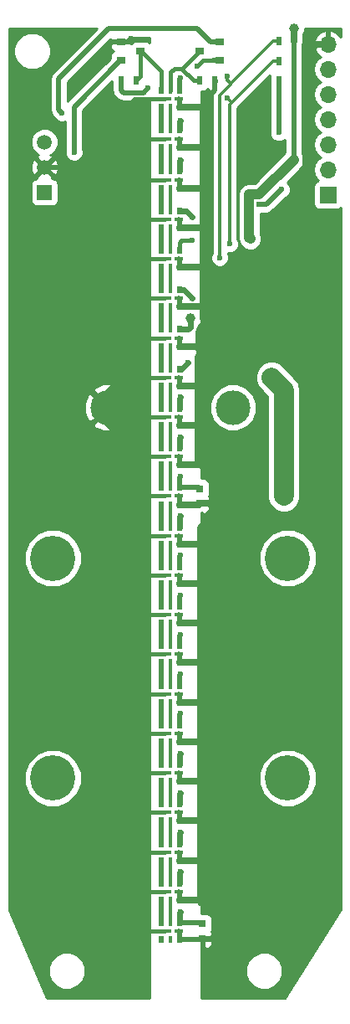
<source format=gbl>
G04 #@! TF.FileFunction,Copper,L2,Bot,Signal*
%FSLAX46Y46*%
G04 Gerber Fmt 4.6, Leading zero omitted, Abs format (unit mm)*
G04 Created by KiCad (PCBNEW 4.0.7) date Sun Dec 17 13:28:59 2017*
%MOMM*%
%LPD*%
G01*
G04 APERTURE LIST*
%ADD10C,0.100000*%
%ADD11C,3.500000*%
%ADD12C,4.572000*%
%ADD13R,0.750000X0.800000*%
%ADD14R,0.500000X0.800000*%
%ADD15R,0.300000X0.800000*%
%ADD16R,0.950000X0.400000*%
%ADD17R,1.400000X0.400000*%
%ADD18R,1.700000X1.700000*%
%ADD19O,1.700000X1.700000*%
%ADD20R,0.500000X0.900000*%
%ADD21C,1.520000*%
%ADD22R,1.520000X1.520000*%
%ADD23R,0.900000X0.800000*%
%ADD24C,0.600000*%
%ADD25C,1.000000*%
%ADD26C,2.000000*%
%ADD27C,0.400000*%
%ADD28C,0.600000*%
%ADD29C,2.000000*%
%ADD30C,0.500000*%
%ADD31C,3.000000*%
%ADD32C,0.700000*%
%ADD33C,1.000000*%
%ADD34C,0.300000*%
%ADD35C,0.254000*%
G04 APERTURE END LIST*
D10*
D11*
X63337400Y-79035000D03*
X50637400Y-79035000D03*
D12*
X45074800Y-94275000D03*
X68900000Y-94275000D03*
X68900000Y-116500000D03*
X45074800Y-116500000D03*
D13*
X60000000Y-87250000D03*
X60000000Y-88750000D03*
X60250000Y-131250000D03*
X60250000Y-132750000D03*
D14*
X56100000Y-83150000D03*
D15*
X57000000Y-83150000D03*
D14*
X57900000Y-83150000D03*
X56100000Y-84850000D03*
D15*
X57000000Y-84850000D03*
D14*
X57900000Y-84850000D03*
D16*
X57825000Y-84000000D03*
D17*
X56400000Y-84000000D03*
D14*
X56100000Y-123150000D03*
D15*
X57000000Y-123150000D03*
D14*
X57900000Y-123150000D03*
X56100000Y-124850000D03*
D15*
X57000000Y-124850000D03*
D14*
X57900000Y-124850000D03*
D16*
X57825000Y-124000000D03*
D17*
X56400000Y-124000000D03*
D14*
X56100000Y-79150000D03*
D15*
X57000000Y-79150000D03*
D14*
X57900000Y-79150000D03*
X56100000Y-80850000D03*
D15*
X57000000Y-80850000D03*
D14*
X57900000Y-80850000D03*
D16*
X57825000Y-80000000D03*
D17*
X56400000Y-80000000D03*
D14*
X56100000Y-119150000D03*
D15*
X57000000Y-119150000D03*
D14*
X57900000Y-119150000D03*
X56100000Y-120850000D03*
D15*
X57000000Y-120850000D03*
D14*
X57900000Y-120850000D03*
D16*
X57825000Y-120000000D03*
D17*
X56400000Y-120000000D03*
D14*
X56100000Y-75150000D03*
D15*
X57000000Y-75150000D03*
D14*
X57900000Y-75150000D03*
X56100000Y-76850000D03*
D15*
X57000000Y-76850000D03*
D14*
X57900000Y-76850000D03*
D16*
X57825000Y-76000000D03*
D17*
X56400000Y-76000000D03*
D14*
X56100000Y-115150000D03*
D15*
X57000000Y-115150000D03*
D14*
X57900000Y-115150000D03*
X56100000Y-116850000D03*
D15*
X57000000Y-116850000D03*
D14*
X57900000Y-116850000D03*
D16*
X57825000Y-116000000D03*
D17*
X56400000Y-116000000D03*
D14*
X56100000Y-71150000D03*
D15*
X57000000Y-71150000D03*
D14*
X57900000Y-71150000D03*
X56100000Y-72850000D03*
D15*
X57000000Y-72850000D03*
D14*
X57900000Y-72850000D03*
D16*
X57825000Y-72000000D03*
D17*
X56400000Y-72000000D03*
D14*
X56100000Y-111150000D03*
D15*
X57000000Y-111150000D03*
D14*
X57900000Y-111150000D03*
X56100000Y-112850000D03*
D15*
X57000000Y-112850000D03*
D14*
X57900000Y-112850000D03*
D16*
X57825000Y-112000000D03*
D17*
X56400000Y-112000000D03*
D14*
X56100000Y-67150000D03*
D15*
X57000000Y-67150000D03*
D14*
X57900000Y-67150000D03*
X56100000Y-68850000D03*
D15*
X57000000Y-68850000D03*
D14*
X57900000Y-68850000D03*
D16*
X57825000Y-68000000D03*
D17*
X56400000Y-68000000D03*
D14*
X56100000Y-107150000D03*
D15*
X57000000Y-107150000D03*
D14*
X57900000Y-107150000D03*
X56100000Y-108850000D03*
D15*
X57000000Y-108850000D03*
D14*
X57900000Y-108850000D03*
D16*
X57825000Y-108000000D03*
D17*
X56400000Y-108000000D03*
D14*
X56100000Y-63150000D03*
D15*
X57000000Y-63150000D03*
D14*
X57900000Y-63150000D03*
X56100000Y-64850000D03*
D15*
X57000000Y-64850000D03*
D14*
X57900000Y-64850000D03*
D16*
X57825000Y-64000000D03*
D17*
X56400000Y-64000000D03*
D14*
X56100000Y-103150000D03*
D15*
X57000000Y-103150000D03*
D14*
X57900000Y-103150000D03*
X56100000Y-104850000D03*
D15*
X57000000Y-104850000D03*
D14*
X57900000Y-104850000D03*
D16*
X57825000Y-104000000D03*
D17*
X56400000Y-104000000D03*
D14*
X56100000Y-59150000D03*
D15*
X57000000Y-59150000D03*
D14*
X57900000Y-59150000D03*
X56100000Y-60850000D03*
D15*
X57000000Y-60850000D03*
D14*
X57900000Y-60850000D03*
D16*
X57825000Y-60000000D03*
D17*
X56400000Y-60000000D03*
D14*
X56100000Y-99150000D03*
D15*
X57000000Y-99150000D03*
D14*
X57900000Y-99150000D03*
X56100000Y-100850000D03*
D15*
X57000000Y-100850000D03*
D14*
X57900000Y-100850000D03*
D16*
X57825000Y-100000000D03*
D17*
X56400000Y-100000000D03*
D14*
X56100000Y-55150000D03*
D15*
X57000000Y-55150000D03*
D14*
X57900000Y-55150000D03*
X56100000Y-56850000D03*
D15*
X57000000Y-56850000D03*
D14*
X57900000Y-56850000D03*
D16*
X57825000Y-56000000D03*
D17*
X56400000Y-56000000D03*
D14*
X56100000Y-95150000D03*
D15*
X57000000Y-95150000D03*
D14*
X57900000Y-95150000D03*
X56100000Y-96850000D03*
D15*
X57000000Y-96850000D03*
D14*
X57900000Y-96850000D03*
D16*
X57825000Y-96000000D03*
D17*
X56400000Y-96000000D03*
D14*
X56100000Y-51000000D03*
D15*
X57000000Y-51000000D03*
D14*
X57900000Y-51000000D03*
X56100000Y-52700000D03*
D15*
X57000000Y-52700000D03*
D14*
X57900000Y-52700000D03*
D16*
X57825000Y-51850000D03*
D17*
X56400000Y-51850000D03*
D14*
X56100000Y-91150000D03*
D15*
X57000000Y-91150000D03*
D14*
X57900000Y-91150000D03*
X56100000Y-92850000D03*
D15*
X57000000Y-92850000D03*
D14*
X57900000Y-92850000D03*
D16*
X57825000Y-92000000D03*
D17*
X56400000Y-92000000D03*
D14*
X56100000Y-47000000D03*
D15*
X57000000Y-47000000D03*
D14*
X57900000Y-47000000D03*
X56100000Y-48700000D03*
D15*
X57000000Y-48700000D03*
D14*
X57900000Y-48700000D03*
D16*
X57825000Y-47850000D03*
D17*
X56400000Y-47850000D03*
D14*
X56100000Y-87150000D03*
D15*
X57000000Y-87150000D03*
D14*
X57900000Y-87150000D03*
X56100000Y-88850000D03*
D15*
X57000000Y-88850000D03*
D14*
X57900000Y-88850000D03*
D16*
X57825000Y-88000000D03*
D17*
X56400000Y-88000000D03*
D18*
X73000000Y-57540000D03*
D19*
X73000000Y-55000000D03*
X73000000Y-52460000D03*
X73000000Y-49920000D03*
X73000000Y-47380000D03*
X73000000Y-44840000D03*
X73000000Y-42300000D03*
D20*
X69500000Y-46000000D03*
X68000000Y-46000000D03*
X69500000Y-42000000D03*
X68000000Y-42000000D03*
X69500000Y-44000000D03*
X68000000Y-44000000D03*
D21*
X44250000Y-54750000D03*
X44250000Y-52210000D03*
D22*
X44250000Y-57290000D03*
D23*
X62000000Y-42050000D03*
X62000000Y-43950000D03*
X60000000Y-43000000D03*
X52000000Y-43950000D03*
X52000000Y-42050000D03*
X54000000Y-43000000D03*
D20*
X61500000Y-46000000D03*
X60000000Y-46000000D03*
X52000000Y-46000000D03*
X53500000Y-46000000D03*
D14*
X56100000Y-127150000D03*
D15*
X57000000Y-127150000D03*
D14*
X57900000Y-127150000D03*
X56100000Y-128850000D03*
D15*
X57000000Y-128850000D03*
D14*
X57900000Y-128850000D03*
D16*
X57825000Y-128000000D03*
D17*
X56400000Y-128000000D03*
D14*
X56100000Y-131150000D03*
D15*
X57000000Y-131150000D03*
D14*
X57900000Y-131150000D03*
X56100000Y-132850000D03*
D15*
X57000000Y-132850000D03*
D14*
X57900000Y-132850000D03*
D16*
X57825000Y-132000000D03*
D17*
X56400000Y-132000000D03*
D24*
X59200000Y-62100000D03*
D25*
X59000000Y-70000000D03*
D26*
X68500000Y-85500000D03*
X50000000Y-88000000D03*
D24*
X52500000Y-110000000D03*
X58000000Y-110000000D03*
X52500000Y-86000000D03*
X58000000Y-86000000D03*
X58000000Y-45750000D03*
D25*
X43500000Y-76000000D03*
D24*
X59750000Y-44500000D03*
X53000000Y-41750000D03*
D25*
X52500000Y-69750000D03*
D24*
X59250000Y-68000000D03*
D26*
X67250000Y-76000000D03*
X68500000Y-88000000D03*
X52500000Y-88000000D03*
X52500000Y-65500000D03*
D24*
X52500000Y-68000000D03*
X52500000Y-50250000D03*
X58000000Y-50000000D03*
X52500000Y-54000000D03*
X58000000Y-54000000D03*
X59250000Y-59750000D03*
X52500000Y-62000000D03*
X58750000Y-74500000D03*
X58000000Y-78000000D03*
X58000000Y-82000000D03*
X52500000Y-90000000D03*
X58000000Y-90000000D03*
X52500000Y-130000000D03*
X58000000Y-130000000D03*
X52500000Y-126000000D03*
X58000000Y-126000000D03*
X52500000Y-122000000D03*
X58000000Y-122000000D03*
X52500000Y-118000000D03*
X58000000Y-118000000D03*
X52500000Y-114000000D03*
X58000000Y-114000000D03*
X52500000Y-106000000D03*
X58000000Y-106000000D03*
X52500000Y-102000000D03*
X58000000Y-102000000D03*
X52500000Y-98000000D03*
X58000000Y-98000000D03*
X52500000Y-94000000D03*
X58000000Y-94000000D03*
D25*
X69500000Y-40750000D03*
X65125000Y-62000000D03*
X65000000Y-57500000D03*
X62500000Y-71500000D03*
X62500000Y-73000000D03*
X62500000Y-74500000D03*
X61000000Y-74500000D03*
X61000000Y-71500000D03*
X61000000Y-73000000D03*
D24*
X60500000Y-49000000D03*
X54750000Y-46750000D03*
X47250000Y-53250000D03*
X46000000Y-49250000D03*
X66000000Y-58500000D03*
X68250000Y-57000000D03*
X68000000Y-51250000D03*
X62000000Y-63900000D03*
X62750000Y-45500000D03*
X63000000Y-62500000D03*
X62750000Y-47750000D03*
D27*
X58150000Y-62100000D02*
X59200000Y-62100000D01*
X57900000Y-63150000D02*
X57900000Y-62350000D01*
X57900000Y-62350000D02*
X58150000Y-62100000D01*
D28*
X59000000Y-70900000D02*
X59000000Y-70000000D01*
X57900000Y-71150000D02*
X58750000Y-71150000D01*
X58750000Y-71150000D02*
X59000000Y-70900000D01*
D29*
X68500000Y-88000000D02*
X68500000Y-85500000D01*
X68500000Y-85500000D02*
X68500000Y-77250000D01*
D30*
X57900000Y-131150000D02*
X60150000Y-131150000D01*
X60150000Y-131150000D02*
X60250000Y-131250000D01*
D31*
X52500000Y-108000000D02*
X52500000Y-110000000D01*
X52500000Y-110000000D02*
X52500000Y-112000000D01*
D30*
X57900000Y-111150000D02*
X57900000Y-110100000D01*
X57900000Y-110100000D02*
X58000000Y-110000000D01*
D31*
X52500000Y-84000000D02*
X52500000Y-86000000D01*
X52500000Y-86000000D02*
X52500000Y-88000000D01*
D30*
X57900000Y-87150000D02*
X59900000Y-87150000D01*
X59900000Y-87150000D02*
X60000000Y-87250000D01*
X57900000Y-87150000D02*
X57900000Y-86100000D01*
X57900000Y-86100000D02*
X58000000Y-86000000D01*
X57900000Y-47000000D02*
X57900000Y-45850000D01*
X57900000Y-45850000D02*
X58000000Y-45750000D01*
D32*
X43500000Y-76000000D02*
X47602400Y-76000000D01*
X47602400Y-76000000D02*
X50637400Y-79035000D01*
D27*
X61300000Y-43950000D02*
X60300000Y-43950000D01*
X60300000Y-43950000D02*
X59750000Y-44500000D01*
D30*
X62000000Y-43950000D02*
X61300000Y-43950000D01*
X52000000Y-42050000D02*
X52700000Y-42050000D01*
X52700000Y-42050000D02*
X53000000Y-41750000D01*
X44250000Y-54750000D02*
X51750000Y-54750000D01*
X51750000Y-54750000D02*
X52500000Y-54000000D01*
D28*
X57900000Y-67150000D02*
X58400000Y-67150000D01*
X58400000Y-67150000D02*
X59250000Y-68000000D01*
D32*
X52000000Y-50750000D02*
X52500000Y-50250000D01*
D29*
X68500000Y-77250000D02*
X67250000Y-76000000D01*
D31*
X52500000Y-68000000D02*
X52500000Y-65500000D01*
X52500000Y-65500000D02*
X52500000Y-64000000D01*
D28*
X52500000Y-49825736D02*
X52500000Y-50250000D01*
X52500000Y-49049998D02*
X52500000Y-49825736D01*
D31*
X52500000Y-52000000D02*
X52500000Y-50250000D01*
D28*
X57900000Y-51000000D02*
X57900000Y-50100000D01*
X57900000Y-50100000D02*
X58000000Y-50000000D01*
D31*
X52500000Y-56000000D02*
X52500000Y-54000000D01*
X52500000Y-54000000D02*
X52500000Y-52000000D01*
D28*
X57900000Y-55150000D02*
X57900000Y-54100000D01*
X57900000Y-54100000D02*
X58000000Y-54000000D01*
X57900000Y-59150000D02*
X58650000Y-59150000D01*
X58650000Y-59150000D02*
X59250000Y-59750000D01*
D31*
X52500000Y-64000000D02*
X52500000Y-62000000D01*
X52500000Y-62000000D02*
X52500000Y-60000000D01*
X52500000Y-71750000D02*
X52500000Y-69750000D01*
X52500000Y-69750000D02*
X52500000Y-68000000D01*
D28*
X57900000Y-75150000D02*
X58100000Y-75150000D01*
X58100000Y-75150000D02*
X58750000Y-74500000D01*
X57900000Y-79150000D02*
X57900000Y-78100000D01*
X57900000Y-78100000D02*
X58000000Y-78000000D01*
X57900000Y-83150000D02*
X57900000Y-82100000D01*
X57900000Y-82100000D02*
X58000000Y-82000000D01*
D31*
X52500000Y-88000000D02*
X52500000Y-90000000D01*
X52500000Y-90000000D02*
X52500000Y-92000000D01*
D28*
X57900000Y-91150000D02*
X57900000Y-90100000D01*
X57900000Y-90100000D02*
X58000000Y-90000000D01*
D31*
X52500000Y-128000000D02*
X52500000Y-130000000D01*
X52500000Y-130000000D02*
X52500000Y-132000000D01*
D28*
X57900000Y-131150000D02*
X57900000Y-130100000D01*
X57900000Y-130100000D02*
X58000000Y-130000000D01*
D31*
X52500000Y-124000000D02*
X52500000Y-126000000D01*
X52500000Y-126000000D02*
X52500000Y-128000000D01*
D28*
X57900000Y-127150000D02*
X57900000Y-126100000D01*
X57900000Y-126100000D02*
X58000000Y-126000000D01*
D31*
X52500000Y-119750000D02*
X52500000Y-122000000D01*
X52500000Y-122000000D02*
X52500000Y-124000000D01*
D28*
X57900000Y-123150000D02*
X57900000Y-122100000D01*
X57900000Y-122100000D02*
X58000000Y-122000000D01*
D31*
X52500000Y-116000000D02*
X52500000Y-118000000D01*
X52500000Y-118000000D02*
X52500000Y-119750000D01*
D28*
X57900000Y-119150000D02*
X57900000Y-118100000D01*
X57900000Y-118100000D02*
X58000000Y-118000000D01*
D31*
X52500000Y-112000000D02*
X52500000Y-114000000D01*
X52500000Y-114000000D02*
X52500000Y-116000000D01*
D28*
X57900000Y-115150000D02*
X57900000Y-114100000D01*
X57900000Y-114100000D02*
X58000000Y-114000000D01*
D31*
X52500000Y-104000000D02*
X52500000Y-106000000D01*
X52500000Y-106000000D02*
X52500000Y-108000000D01*
D30*
X57900000Y-107150000D02*
X57900000Y-106100000D01*
X57900000Y-106100000D02*
X58000000Y-106000000D01*
D31*
X52500000Y-100000000D02*
X52500000Y-102000000D01*
X52500000Y-102000000D02*
X52500000Y-104000000D01*
D30*
X57900000Y-103150000D02*
X57900000Y-102100000D01*
X57900000Y-102100000D02*
X58000000Y-102000000D01*
D31*
X52500000Y-96000000D02*
X52500000Y-98000000D01*
X52500000Y-98000000D02*
X52500000Y-100000000D01*
D30*
X57900000Y-99150000D02*
X57900000Y-98100000D01*
X57900000Y-98100000D02*
X58000000Y-98000000D01*
D31*
X52500000Y-92000000D02*
X52500000Y-94000000D01*
X52500000Y-94000000D02*
X52500000Y-96000000D01*
D30*
X57900000Y-95150000D02*
X57900000Y-94100000D01*
X57900000Y-94100000D02*
X58000000Y-94000000D01*
D27*
X56400000Y-47850000D02*
X53400000Y-47850000D01*
X53400000Y-47850000D02*
X52500000Y-48750000D01*
X56400000Y-51850000D02*
X52650000Y-51850000D01*
X52650000Y-51850000D02*
X52500000Y-52000000D01*
D31*
X52500000Y-60000000D02*
X52500000Y-56000000D01*
D27*
X56400000Y-56000000D02*
X52500000Y-56000000D01*
X56400000Y-60000000D02*
X52500000Y-60000000D01*
X56400000Y-64000000D02*
X52500000Y-64000000D01*
X56400000Y-68000000D02*
X52500000Y-68000000D01*
D31*
X52500000Y-75500000D02*
X52500000Y-71750000D01*
D27*
X56400000Y-72000000D02*
X52750000Y-72000000D01*
X52750000Y-72000000D02*
X52500000Y-71750000D01*
X56400000Y-76000000D02*
X53000000Y-76000000D01*
X53000000Y-76000000D02*
X52500000Y-75500000D01*
X56400000Y-80000000D02*
X53397600Y-80000000D01*
X53397600Y-80000000D02*
X52500000Y-80897600D01*
D31*
X52500000Y-80897600D02*
X52500000Y-84000000D01*
D27*
X56400000Y-84000000D02*
X52500000Y-84000000D01*
X56400000Y-88000000D02*
X52500000Y-88000000D01*
X56400000Y-92000000D02*
X52500000Y-92000000D01*
X56400000Y-112000000D02*
X52500000Y-112000000D01*
X56400000Y-116000000D02*
X52500000Y-116000000D01*
X56400000Y-120000000D02*
X52750000Y-120000000D01*
X52750000Y-120000000D02*
X52500000Y-119750000D01*
X56400000Y-124000000D02*
X52500000Y-124000000D01*
X56400000Y-128000000D02*
X52500000Y-128000000D01*
X56400000Y-132000000D02*
X52500000Y-132000000D01*
X56400000Y-108000000D02*
X52500000Y-108000000D01*
X56400000Y-104000000D02*
X52500000Y-104000000D01*
X56400000Y-100000000D02*
X55300000Y-100000000D01*
X55300000Y-100000000D02*
X52500000Y-100000000D01*
X56400000Y-96000000D02*
X52500000Y-96000000D01*
D31*
X52500000Y-80897600D02*
X52500000Y-75500000D01*
X50637400Y-79035000D02*
X52500000Y-77172400D01*
X52500000Y-77172400D02*
X52500000Y-75500000D01*
X50637400Y-79035000D02*
X52500000Y-80897600D01*
D30*
X69500000Y-44000000D02*
X69500000Y-46000000D01*
X69500000Y-42000000D02*
X69500000Y-44000000D01*
D32*
X69500000Y-40750000D02*
X69500000Y-42000000D01*
D30*
X69500000Y-46000000D02*
X69500000Y-54000000D01*
X69500000Y-54000000D02*
X69500000Y-54250000D01*
D33*
X65000000Y-57500000D02*
X66000000Y-57500000D01*
X66000000Y-57500000D02*
X69500000Y-54000000D01*
X65000000Y-57500000D02*
X65000000Y-61875000D01*
X65000000Y-61875000D02*
X65125000Y-62000000D01*
D32*
X70750000Y-63250000D02*
X62500000Y-71500000D01*
X62500000Y-71500000D02*
X61000000Y-73000000D01*
D31*
X62500000Y-73000000D02*
X62500000Y-71500000D01*
D33*
X61000000Y-71500000D02*
X61000000Y-70500000D01*
D31*
X61000000Y-73000000D02*
X61000000Y-71500000D01*
D30*
X61500000Y-132375000D02*
X61500000Y-130250000D01*
X61500000Y-130250000D02*
X60250000Y-129000000D01*
X60250000Y-132750000D02*
X61125000Y-132750000D01*
X61125000Y-132750000D02*
X61500000Y-132375000D01*
X57900000Y-132850000D02*
X60150000Y-132850000D01*
X60150000Y-132850000D02*
X60250000Y-132750000D01*
D32*
X73000000Y-42300000D02*
X71797919Y-42300000D01*
X71797919Y-42300000D02*
X70750000Y-43347919D01*
X70750000Y-43347919D02*
X70750000Y-63250000D01*
D30*
X52250000Y-47200000D02*
X54300000Y-47200000D01*
X54300000Y-47200000D02*
X54750000Y-46750000D01*
X52000000Y-46000000D02*
X52000000Y-46950000D01*
X52000000Y-46950000D02*
X52250000Y-47200000D01*
X61500000Y-46000000D02*
X61500000Y-46950000D01*
X61500000Y-46950000D02*
X60500000Y-47950000D01*
X60500000Y-47950000D02*
X60500000Y-49000000D01*
X57900000Y-132850000D02*
X57900000Y-132075000D01*
X57900000Y-132075000D02*
X57825000Y-132000000D01*
X57900000Y-128850000D02*
X57900000Y-128075000D01*
X57900000Y-128075000D02*
X57825000Y-128000000D01*
X57900000Y-124850000D02*
X57900000Y-124075000D01*
X57900000Y-124075000D02*
X57825000Y-124000000D01*
X57900000Y-120850000D02*
X57900000Y-120075000D01*
X57900000Y-120075000D02*
X57825000Y-120000000D01*
X57900000Y-116850000D02*
X57900000Y-116075000D01*
X57900000Y-116075000D02*
X57825000Y-116000000D01*
X57900000Y-112850000D02*
X57900000Y-112075000D01*
X57900000Y-112075000D02*
X57825000Y-112000000D01*
X57900000Y-108850000D02*
X57900000Y-108075000D01*
X57900000Y-108075000D02*
X57825000Y-108000000D01*
X57900000Y-104850000D02*
X57900000Y-104075000D01*
X57900000Y-104075000D02*
X57825000Y-104000000D01*
X57900000Y-100850000D02*
X57900000Y-100075000D01*
X57900000Y-100075000D02*
X57825000Y-100000000D01*
X57900000Y-96850000D02*
X57900000Y-96075000D01*
X57900000Y-96075000D02*
X57825000Y-96000000D01*
X57900000Y-92850000D02*
X57900000Y-92075000D01*
X57900000Y-92075000D02*
X57825000Y-92000000D01*
X57900000Y-88850000D02*
X57900000Y-88075000D01*
X57900000Y-88075000D02*
X57825000Y-88000000D01*
X57900000Y-84850000D02*
X57900000Y-84075000D01*
X57900000Y-84075000D02*
X57825000Y-84000000D01*
X57900000Y-80850000D02*
X57900000Y-80075000D01*
X57900000Y-80075000D02*
X57825000Y-80000000D01*
X57900000Y-76850000D02*
X57900000Y-76075000D01*
X57900000Y-76075000D02*
X57825000Y-76000000D01*
X57900000Y-72850000D02*
X57900000Y-72075000D01*
X57900000Y-72075000D02*
X57825000Y-72000000D01*
X57900000Y-68850000D02*
X57900000Y-68075000D01*
X57900000Y-68075000D02*
X57825000Y-68000000D01*
X57900000Y-64850000D02*
X57900000Y-64075000D01*
X57900000Y-64075000D02*
X57825000Y-64000000D01*
X57900000Y-60850000D02*
X57900000Y-60075000D01*
X57900000Y-60075000D02*
X57825000Y-60000000D01*
X57900000Y-56850000D02*
X57900000Y-56075000D01*
X57900000Y-56075000D02*
X57825000Y-56000000D01*
X57900000Y-52700000D02*
X57900000Y-51925000D01*
X57900000Y-51925000D02*
X57825000Y-51850000D01*
X57900000Y-48700000D02*
X57900000Y-47925000D01*
X57900000Y-47925000D02*
X57825000Y-47850000D01*
D32*
X57900000Y-48700000D02*
X60200000Y-48700000D01*
X60200000Y-48700000D02*
X60500000Y-49000000D01*
D33*
X60500000Y-56750000D02*
X60500000Y-53000000D01*
X60500000Y-53000000D02*
X60500000Y-49000000D01*
D32*
X57900000Y-52700000D02*
X60200000Y-52700000D01*
X60200000Y-52700000D02*
X60500000Y-53000000D01*
D33*
X60500000Y-60750000D02*
X60500000Y-56750000D01*
D32*
X60400000Y-56850000D02*
X60500000Y-56750000D01*
X57900000Y-56850000D02*
X60400000Y-56850000D01*
D33*
X60500000Y-65000000D02*
X60500000Y-60750000D01*
D32*
X57900000Y-60850000D02*
X60400000Y-60850000D01*
X60400000Y-60850000D02*
X60500000Y-60750000D01*
D33*
X60500000Y-68750000D02*
X60500000Y-65000000D01*
D32*
X57900000Y-64850000D02*
X60350000Y-64850000D01*
X60350000Y-64850000D02*
X60500000Y-65000000D01*
D33*
X60500000Y-70000000D02*
X60500000Y-68750000D01*
D32*
X57900000Y-68850000D02*
X60400000Y-68850000D01*
X60400000Y-68850000D02*
X60500000Y-68750000D01*
D33*
X61000000Y-70500000D02*
X60500000Y-70000000D01*
D32*
X57900000Y-72850000D02*
X60850000Y-72850000D01*
X60850000Y-72850000D02*
X61000000Y-73000000D01*
D33*
X60000001Y-73999999D02*
X60000001Y-76750000D01*
X60000001Y-76750000D02*
X60000001Y-80750000D01*
D32*
X57900000Y-76850000D02*
X59900001Y-76850000D01*
X59900001Y-76850000D02*
X60000001Y-76750000D01*
D33*
X60000001Y-80750000D02*
X60000001Y-84500001D01*
D32*
X57900000Y-80850000D02*
X59900001Y-80850000D01*
X59900001Y-80850000D02*
X60000001Y-80750000D01*
D33*
X60000001Y-84500001D02*
X60500000Y-85000000D01*
X60500000Y-85000000D02*
X61750000Y-86250000D01*
D32*
X57900000Y-84850000D02*
X60350000Y-84850000D01*
X60350000Y-84850000D02*
X60500000Y-85000000D01*
X60000000Y-88750000D02*
X61075000Y-88750000D01*
X61075000Y-88750000D02*
X61750000Y-89425000D01*
X61750000Y-89425000D02*
X61750000Y-89750000D01*
X57900000Y-88850000D02*
X59900000Y-88850000D01*
X59900000Y-88850000D02*
X60000000Y-88750000D01*
D33*
X60250000Y-91250000D02*
X60250000Y-93000000D01*
X60250000Y-93000000D02*
X60250000Y-96500000D01*
D32*
X57900000Y-92850000D02*
X60100000Y-92850000D01*
X60100000Y-92850000D02*
X60250000Y-93000000D01*
D33*
X60250000Y-96500000D02*
X60250000Y-101000000D01*
D32*
X57900000Y-96850000D02*
X59900000Y-96850000D01*
X59900000Y-96850000D02*
X60250000Y-96500000D01*
D33*
X60250000Y-101000000D02*
X60250000Y-104750000D01*
D32*
X57900000Y-100850000D02*
X60100000Y-100850000D01*
X60100000Y-100850000D02*
X60250000Y-101000000D01*
X57900000Y-104850000D02*
X60150000Y-104850000D01*
D33*
X60250000Y-104750000D02*
X60250000Y-108750000D01*
D32*
X60150000Y-104850000D02*
X60250000Y-104750000D01*
D33*
X60250000Y-108750000D02*
X60250000Y-112750000D01*
D32*
X57900000Y-108850000D02*
X60150000Y-108850000D01*
X60150000Y-108850000D02*
X60250000Y-108750000D01*
D33*
X60250000Y-112750000D02*
X60250000Y-116750000D01*
D32*
X60150000Y-112850000D02*
X60250000Y-112750000D01*
X57900000Y-112850000D02*
X60150000Y-112850000D01*
D33*
X60250000Y-116750000D02*
X60250000Y-120750000D01*
D32*
X57900000Y-116850000D02*
X60150000Y-116850000D01*
X60150000Y-116850000D02*
X60250000Y-116750000D01*
D33*
X60250000Y-120750000D02*
X60250000Y-124750000D01*
D32*
X57900000Y-120850000D02*
X60150000Y-120850000D01*
X60150000Y-120850000D02*
X60250000Y-120750000D01*
D33*
X60250000Y-124750000D02*
X60250000Y-129000000D01*
D32*
X60150000Y-124850000D02*
X60250000Y-124750000D01*
X57900000Y-124850000D02*
X60150000Y-124850000D01*
X57900000Y-128850000D02*
X60100000Y-128850000D01*
X60100000Y-128850000D02*
X60250000Y-129000000D01*
D33*
X61750000Y-89750000D02*
X60250000Y-91250000D01*
X61750000Y-86250000D02*
X61750000Y-89750000D01*
X61000000Y-73000000D02*
X60000001Y-73999999D01*
D30*
X56100000Y-51000000D02*
X56100000Y-48700000D01*
D34*
X57000000Y-51000000D02*
X57000000Y-48700000D01*
D30*
X56100000Y-55150000D02*
X56100000Y-52700000D01*
D34*
X57000000Y-55150000D02*
X57000000Y-52700000D01*
D30*
X56100000Y-87150000D02*
X56100000Y-84850000D01*
D34*
X57000000Y-87150000D02*
X57000000Y-84850000D01*
D30*
X56100000Y-91150000D02*
X56100000Y-88850000D01*
D34*
X57000000Y-91150000D02*
X57000000Y-88850000D01*
D30*
X56100000Y-83150000D02*
X56100000Y-80850000D01*
D34*
X57000000Y-83150000D02*
X57000000Y-80850000D01*
D30*
X47250000Y-53250000D02*
X47250000Y-48650000D01*
X47250000Y-48650000D02*
X51950000Y-43950000D01*
X51950000Y-43950000D02*
X52000000Y-43950000D01*
X50750000Y-40750000D02*
X59750000Y-40750000D01*
X59750000Y-40750000D02*
X61050000Y-42050000D01*
X61050000Y-42050000D02*
X62000000Y-42050000D01*
X45700001Y-45799999D02*
X50750000Y-40750000D01*
X46000000Y-49250000D02*
X45700001Y-48950001D01*
X45700001Y-48950001D02*
X45700001Y-45799999D01*
X68250000Y-57000000D02*
X66750000Y-58500000D01*
X66750000Y-58500000D02*
X66000000Y-58500000D01*
X68000000Y-46000000D02*
X68000000Y-51250000D01*
D34*
X62000000Y-63500000D02*
X62000000Y-63900000D01*
X62000000Y-63050001D02*
X62000000Y-63500000D01*
X63075736Y-46424264D02*
X62000000Y-47500000D01*
X62000000Y-47500000D02*
X62000000Y-63050001D01*
X63075736Y-46250000D02*
X63075736Y-46424264D01*
X62750000Y-45500000D02*
X62750000Y-45924264D01*
X63200000Y-46250000D02*
X67450000Y-42000000D01*
X62750000Y-45924264D02*
X63075736Y-46250000D01*
X63075736Y-46250000D02*
X63200000Y-46250000D01*
X67450000Y-42000000D02*
X68000000Y-42000000D01*
X63000000Y-48450000D02*
X63000000Y-62500000D01*
X63000000Y-48450000D02*
X63250000Y-48200000D01*
X63250000Y-48200000D02*
X63200000Y-48200000D01*
X63200000Y-48200000D02*
X62750000Y-47750000D01*
X63250000Y-48200000D02*
X67450000Y-44000000D01*
X67450000Y-44000000D02*
X68000000Y-44000000D01*
D27*
X54000000Y-43000000D02*
X54000000Y-45500000D01*
X54000000Y-45500000D02*
X53500000Y-46000000D01*
X56100000Y-47000000D02*
X56100000Y-45050000D01*
X56100000Y-45050000D02*
X54050000Y-43000000D01*
X54050000Y-43000000D02*
X54000000Y-43000000D01*
X58100000Y-44750000D02*
X58200000Y-44750000D01*
X58200000Y-44750000D02*
X59950000Y-43000000D01*
X59950000Y-43000000D02*
X60000000Y-43000000D01*
X57000000Y-45150000D02*
X57400000Y-44750000D01*
X57400000Y-44750000D02*
X58100000Y-44750000D01*
X58100000Y-44750000D02*
X59350000Y-46000000D01*
X59350000Y-46000000D02*
X60000000Y-46000000D01*
X57000000Y-47000000D02*
X57000000Y-45150000D01*
D30*
X56100000Y-59150000D02*
X56100000Y-56850000D01*
D34*
X57000000Y-59150000D02*
X57000000Y-56850000D01*
D30*
X56100000Y-63150000D02*
X56100000Y-60850000D01*
D34*
X57000000Y-63150000D02*
X57000000Y-60850000D01*
D30*
X56100000Y-67150000D02*
X56100000Y-64850000D01*
D34*
X57000000Y-67150000D02*
X57000000Y-64850000D01*
D30*
X56100000Y-71150000D02*
X56100000Y-68850000D01*
D34*
X57000000Y-71150000D02*
X57000000Y-68850000D01*
D30*
X56100000Y-75150000D02*
X56100000Y-72850000D01*
D34*
X57000000Y-75150000D02*
X57000000Y-72850000D01*
D30*
X56100000Y-79150000D02*
X56100000Y-76850000D01*
D34*
X57000000Y-79150000D02*
X57000000Y-76850000D01*
D30*
X56100000Y-95150000D02*
X56100000Y-92850000D01*
D34*
X57000000Y-95150000D02*
X57000000Y-92850000D01*
D30*
X56100000Y-99150000D02*
X56100000Y-96850000D01*
D34*
X57000000Y-99150000D02*
X57000000Y-96850000D01*
D30*
X56100000Y-103150000D02*
X56100000Y-100850000D01*
D34*
X57000000Y-103150000D02*
X57000000Y-100850000D01*
D30*
X56100000Y-107150000D02*
X56100000Y-104850000D01*
D34*
X57000000Y-107150000D02*
X57000000Y-104850000D01*
D30*
X56100000Y-111150000D02*
X56100000Y-108850000D01*
D34*
X57000000Y-111150000D02*
X57000000Y-108850000D01*
D30*
X56100000Y-115150000D02*
X56100000Y-112850000D01*
D34*
X57000000Y-115150000D02*
X57000000Y-112850000D01*
D30*
X56100000Y-119150000D02*
X56100000Y-116850000D01*
D34*
X57000000Y-119150000D02*
X57000000Y-116850000D01*
D30*
X56100000Y-123150000D02*
X56100000Y-120850000D01*
D34*
X57000000Y-123150000D02*
X57000000Y-120850000D01*
D30*
X56100000Y-127150000D02*
X56100000Y-124850000D01*
D34*
X57000000Y-127150000D02*
X57000000Y-124850000D01*
D30*
X56100000Y-128850000D02*
X56100000Y-131150000D01*
D34*
X57000000Y-131150000D02*
X57000000Y-128850000D01*
D35*
G36*
X45074211Y-45174209D02*
X44882368Y-45461324D01*
X44882368Y-45461325D01*
X44815000Y-45799999D01*
X44815001Y-45800004D01*
X44815001Y-48949996D01*
X44815000Y-48950001D01*
X44871191Y-49232485D01*
X44882368Y-49288676D01*
X44980250Y-49435167D01*
X45074211Y-49575791D01*
X45157256Y-49658835D01*
X45206883Y-49778943D01*
X45469673Y-50042192D01*
X45813201Y-50184838D01*
X46185167Y-50185162D01*
X46365000Y-50110857D01*
X46365000Y-52943178D01*
X46315162Y-53063201D01*
X46314838Y-53435167D01*
X46456883Y-53778943D01*
X46719673Y-54042192D01*
X47063201Y-54184838D01*
X47435167Y-54185162D01*
X47778943Y-54043117D01*
X48042192Y-53780327D01*
X48184838Y-53436799D01*
X48185162Y-53064833D01*
X48135000Y-52943431D01*
X48135000Y-49016580D01*
X51102560Y-46049019D01*
X51102560Y-46450000D01*
X51115000Y-46516113D01*
X51115000Y-46949995D01*
X51114999Y-46950000D01*
X51147159Y-47111673D01*
X51182367Y-47288675D01*
X51256752Y-47400000D01*
X51374210Y-47575790D01*
X51624208Y-47825787D01*
X51624210Y-47825790D01*
X51911325Y-48017633D01*
X52250000Y-48085000D01*
X54299995Y-48085000D01*
X54300000Y-48085001D01*
X54605610Y-48024210D01*
X54638675Y-48017633D01*
X54873000Y-47861063D01*
X54873000Y-138790000D01*
X44471422Y-138790000D01*
X43453867Y-136373305D01*
X44614674Y-136373305D01*
X44901043Y-137066372D01*
X45430839Y-137597093D01*
X46123405Y-137884672D01*
X46873305Y-137885326D01*
X47566372Y-137598957D01*
X48097093Y-137069161D01*
X48384672Y-136376595D01*
X48385326Y-135626695D01*
X48098957Y-134933628D01*
X47569161Y-134402907D01*
X46876595Y-134115328D01*
X46126695Y-134114674D01*
X45433628Y-134401043D01*
X44902907Y-134930839D01*
X44615328Y-135623405D01*
X44614674Y-136373305D01*
X43453867Y-136373305D01*
X40710000Y-129856623D01*
X40710000Y-117078474D01*
X42153294Y-117078474D01*
X42597053Y-118152452D01*
X43418026Y-118974860D01*
X44491228Y-119420492D01*
X45653274Y-119421506D01*
X46727252Y-118977747D01*
X47549660Y-118156774D01*
X47995292Y-117083572D01*
X47996306Y-115921526D01*
X47552547Y-114847548D01*
X46731574Y-114025140D01*
X45658372Y-113579508D01*
X44496326Y-113578494D01*
X43422348Y-114022253D01*
X42599940Y-114843226D01*
X42154308Y-115916428D01*
X42153294Y-117078474D01*
X40710000Y-117078474D01*
X40710000Y-94853474D01*
X42153294Y-94853474D01*
X42597053Y-95927452D01*
X43418026Y-96749860D01*
X44491228Y-97195492D01*
X45653274Y-97196506D01*
X46727252Y-96752747D01*
X47549660Y-95931774D01*
X47995292Y-94858572D01*
X47996306Y-93696526D01*
X47552547Y-92622548D01*
X46731574Y-91800140D01*
X45658372Y-91354508D01*
X44496326Y-91353494D01*
X43422348Y-91797253D01*
X42599940Y-92618226D01*
X42154308Y-93691428D01*
X42153294Y-94853474D01*
X40710000Y-94853474D01*
X40710000Y-80729528D01*
X49122477Y-80729528D01*
X49312764Y-81074271D01*
X50193991Y-81425956D01*
X51142723Y-81413641D01*
X51962036Y-81074271D01*
X52152323Y-80729528D01*
X50637400Y-79214605D01*
X49122477Y-80729528D01*
X40710000Y-80729528D01*
X40710000Y-78591591D01*
X48246444Y-78591591D01*
X48258759Y-79540323D01*
X48598129Y-80359636D01*
X48942872Y-80549923D01*
X50457795Y-79035000D01*
X50817005Y-79035000D01*
X52331928Y-80549923D01*
X52676671Y-80359636D01*
X53028356Y-79478409D01*
X53016041Y-78529677D01*
X52676671Y-77710364D01*
X52331928Y-77520077D01*
X50817005Y-79035000D01*
X50457795Y-79035000D01*
X48942872Y-77520077D01*
X48598129Y-77710364D01*
X48246444Y-78591591D01*
X40710000Y-78591591D01*
X40710000Y-77340472D01*
X49122477Y-77340472D01*
X50637400Y-78855395D01*
X52152323Y-77340472D01*
X51962036Y-76995729D01*
X51080809Y-76644044D01*
X50132077Y-76656359D01*
X49312764Y-76995729D01*
X49122477Y-77340472D01*
X40710000Y-77340472D01*
X40710000Y-56530000D01*
X42842560Y-56530000D01*
X42842560Y-58050000D01*
X42886838Y-58285317D01*
X43025910Y-58501441D01*
X43238110Y-58646431D01*
X43490000Y-58697440D01*
X45010000Y-58697440D01*
X45245317Y-58653162D01*
X45461441Y-58514090D01*
X45606431Y-58301890D01*
X45657440Y-58050000D01*
X45657440Y-56530000D01*
X45613162Y-56294683D01*
X45474090Y-56078559D01*
X45261890Y-55933569D01*
X45010000Y-55882560D01*
X45005166Y-55882560D01*
X45049159Y-55728764D01*
X44250000Y-54929605D01*
X43450841Y-55728764D01*
X43494834Y-55882560D01*
X43490000Y-55882560D01*
X43254683Y-55926838D01*
X43038559Y-56065910D01*
X42893569Y-56278110D01*
X42842560Y-56530000D01*
X40710000Y-56530000D01*
X40710000Y-54542780D01*
X42842845Y-54542780D01*
X42870659Y-55097049D01*
X43029258Y-55479941D01*
X43271236Y-55549159D01*
X44070395Y-54750000D01*
X44429605Y-54750000D01*
X45228764Y-55549159D01*
X45470742Y-55479941D01*
X45657155Y-54957220D01*
X45629341Y-54402951D01*
X45470742Y-54020059D01*
X45228764Y-53950841D01*
X44429605Y-54750000D01*
X44070395Y-54750000D01*
X43271236Y-53950841D01*
X43029258Y-54020059D01*
X42842845Y-54542780D01*
X40710000Y-54542780D01*
X40710000Y-52486265D01*
X42854758Y-52486265D01*
X43066687Y-52999172D01*
X43458764Y-53391934D01*
X43654934Y-53473391D01*
X43520059Y-53529258D01*
X43450841Y-53771236D01*
X44250000Y-54570395D01*
X45049159Y-53771236D01*
X44979941Y-53529258D01*
X44835138Y-53477618D01*
X45039172Y-53393313D01*
X45431934Y-53001236D01*
X45644758Y-52488700D01*
X45645242Y-51933735D01*
X45433313Y-51420828D01*
X45041236Y-51028066D01*
X44528700Y-50815242D01*
X43973735Y-50814758D01*
X43460828Y-51026687D01*
X43068066Y-51418764D01*
X42855242Y-51931300D01*
X42854758Y-52486265D01*
X40710000Y-52486265D01*
X40710000Y-43373305D01*
X41114674Y-43373305D01*
X41401043Y-44066372D01*
X41930839Y-44597093D01*
X42623405Y-44884672D01*
X43373305Y-44885326D01*
X44066372Y-44598957D01*
X44597093Y-44069161D01*
X44884672Y-43376595D01*
X44885326Y-42626695D01*
X44598957Y-41933628D01*
X44069161Y-41402907D01*
X43376595Y-41115328D01*
X42626695Y-41114674D01*
X41933628Y-41401043D01*
X41402907Y-41930839D01*
X41115328Y-42623405D01*
X41114674Y-43373305D01*
X40710000Y-43373305D01*
X40710000Y-40710000D01*
X49538421Y-40710000D01*
X45074211Y-45174209D01*
X45074211Y-45174209D01*
G37*
X45074211Y-45174209D02*
X44882368Y-45461324D01*
X44882368Y-45461325D01*
X44815000Y-45799999D01*
X44815001Y-45800004D01*
X44815001Y-48949996D01*
X44815000Y-48950001D01*
X44871191Y-49232485D01*
X44882368Y-49288676D01*
X44980250Y-49435167D01*
X45074211Y-49575791D01*
X45157256Y-49658835D01*
X45206883Y-49778943D01*
X45469673Y-50042192D01*
X45813201Y-50184838D01*
X46185167Y-50185162D01*
X46365000Y-50110857D01*
X46365000Y-52943178D01*
X46315162Y-53063201D01*
X46314838Y-53435167D01*
X46456883Y-53778943D01*
X46719673Y-54042192D01*
X47063201Y-54184838D01*
X47435167Y-54185162D01*
X47778943Y-54043117D01*
X48042192Y-53780327D01*
X48184838Y-53436799D01*
X48185162Y-53064833D01*
X48135000Y-52943431D01*
X48135000Y-49016580D01*
X51102560Y-46049019D01*
X51102560Y-46450000D01*
X51115000Y-46516113D01*
X51115000Y-46949995D01*
X51114999Y-46950000D01*
X51147159Y-47111673D01*
X51182367Y-47288675D01*
X51256752Y-47400000D01*
X51374210Y-47575790D01*
X51624208Y-47825787D01*
X51624210Y-47825790D01*
X51911325Y-48017633D01*
X52250000Y-48085000D01*
X54299995Y-48085000D01*
X54300000Y-48085001D01*
X54605610Y-48024210D01*
X54638675Y-48017633D01*
X54873000Y-47861063D01*
X54873000Y-138790000D01*
X44471422Y-138790000D01*
X43453867Y-136373305D01*
X44614674Y-136373305D01*
X44901043Y-137066372D01*
X45430839Y-137597093D01*
X46123405Y-137884672D01*
X46873305Y-137885326D01*
X47566372Y-137598957D01*
X48097093Y-137069161D01*
X48384672Y-136376595D01*
X48385326Y-135626695D01*
X48098957Y-134933628D01*
X47569161Y-134402907D01*
X46876595Y-134115328D01*
X46126695Y-134114674D01*
X45433628Y-134401043D01*
X44902907Y-134930839D01*
X44615328Y-135623405D01*
X44614674Y-136373305D01*
X43453867Y-136373305D01*
X40710000Y-129856623D01*
X40710000Y-117078474D01*
X42153294Y-117078474D01*
X42597053Y-118152452D01*
X43418026Y-118974860D01*
X44491228Y-119420492D01*
X45653274Y-119421506D01*
X46727252Y-118977747D01*
X47549660Y-118156774D01*
X47995292Y-117083572D01*
X47996306Y-115921526D01*
X47552547Y-114847548D01*
X46731574Y-114025140D01*
X45658372Y-113579508D01*
X44496326Y-113578494D01*
X43422348Y-114022253D01*
X42599940Y-114843226D01*
X42154308Y-115916428D01*
X42153294Y-117078474D01*
X40710000Y-117078474D01*
X40710000Y-94853474D01*
X42153294Y-94853474D01*
X42597053Y-95927452D01*
X43418026Y-96749860D01*
X44491228Y-97195492D01*
X45653274Y-97196506D01*
X46727252Y-96752747D01*
X47549660Y-95931774D01*
X47995292Y-94858572D01*
X47996306Y-93696526D01*
X47552547Y-92622548D01*
X46731574Y-91800140D01*
X45658372Y-91354508D01*
X44496326Y-91353494D01*
X43422348Y-91797253D01*
X42599940Y-92618226D01*
X42154308Y-93691428D01*
X42153294Y-94853474D01*
X40710000Y-94853474D01*
X40710000Y-80729528D01*
X49122477Y-80729528D01*
X49312764Y-81074271D01*
X50193991Y-81425956D01*
X51142723Y-81413641D01*
X51962036Y-81074271D01*
X52152323Y-80729528D01*
X50637400Y-79214605D01*
X49122477Y-80729528D01*
X40710000Y-80729528D01*
X40710000Y-78591591D01*
X48246444Y-78591591D01*
X48258759Y-79540323D01*
X48598129Y-80359636D01*
X48942872Y-80549923D01*
X50457795Y-79035000D01*
X50817005Y-79035000D01*
X52331928Y-80549923D01*
X52676671Y-80359636D01*
X53028356Y-79478409D01*
X53016041Y-78529677D01*
X52676671Y-77710364D01*
X52331928Y-77520077D01*
X50817005Y-79035000D01*
X50457795Y-79035000D01*
X48942872Y-77520077D01*
X48598129Y-77710364D01*
X48246444Y-78591591D01*
X40710000Y-78591591D01*
X40710000Y-77340472D01*
X49122477Y-77340472D01*
X50637400Y-78855395D01*
X52152323Y-77340472D01*
X51962036Y-76995729D01*
X51080809Y-76644044D01*
X50132077Y-76656359D01*
X49312764Y-76995729D01*
X49122477Y-77340472D01*
X40710000Y-77340472D01*
X40710000Y-56530000D01*
X42842560Y-56530000D01*
X42842560Y-58050000D01*
X42886838Y-58285317D01*
X43025910Y-58501441D01*
X43238110Y-58646431D01*
X43490000Y-58697440D01*
X45010000Y-58697440D01*
X45245317Y-58653162D01*
X45461441Y-58514090D01*
X45606431Y-58301890D01*
X45657440Y-58050000D01*
X45657440Y-56530000D01*
X45613162Y-56294683D01*
X45474090Y-56078559D01*
X45261890Y-55933569D01*
X45010000Y-55882560D01*
X45005166Y-55882560D01*
X45049159Y-55728764D01*
X44250000Y-54929605D01*
X43450841Y-55728764D01*
X43494834Y-55882560D01*
X43490000Y-55882560D01*
X43254683Y-55926838D01*
X43038559Y-56065910D01*
X42893569Y-56278110D01*
X42842560Y-56530000D01*
X40710000Y-56530000D01*
X40710000Y-54542780D01*
X42842845Y-54542780D01*
X42870659Y-55097049D01*
X43029258Y-55479941D01*
X43271236Y-55549159D01*
X44070395Y-54750000D01*
X44429605Y-54750000D01*
X45228764Y-55549159D01*
X45470742Y-55479941D01*
X45657155Y-54957220D01*
X45629341Y-54402951D01*
X45470742Y-54020059D01*
X45228764Y-53950841D01*
X44429605Y-54750000D01*
X44070395Y-54750000D01*
X43271236Y-53950841D01*
X43029258Y-54020059D01*
X42842845Y-54542780D01*
X40710000Y-54542780D01*
X40710000Y-52486265D01*
X42854758Y-52486265D01*
X43066687Y-52999172D01*
X43458764Y-53391934D01*
X43654934Y-53473391D01*
X43520059Y-53529258D01*
X43450841Y-53771236D01*
X44250000Y-54570395D01*
X45049159Y-53771236D01*
X44979941Y-53529258D01*
X44835138Y-53477618D01*
X45039172Y-53393313D01*
X45431934Y-53001236D01*
X45644758Y-52488700D01*
X45645242Y-51933735D01*
X45433313Y-51420828D01*
X45041236Y-51028066D01*
X44528700Y-50815242D01*
X43973735Y-50814758D01*
X43460828Y-51026687D01*
X43068066Y-51418764D01*
X42855242Y-51931300D01*
X42854758Y-52486265D01*
X40710000Y-52486265D01*
X40710000Y-43373305D01*
X41114674Y-43373305D01*
X41401043Y-44066372D01*
X41930839Y-44597093D01*
X42623405Y-44884672D01*
X43373305Y-44885326D01*
X44066372Y-44598957D01*
X44597093Y-44069161D01*
X44884672Y-43376595D01*
X44885326Y-42626695D01*
X44598957Y-41933628D01*
X44069161Y-41402907D01*
X43376595Y-41115328D01*
X42626695Y-41114674D01*
X41933628Y-41401043D01*
X41402907Y-41930839D01*
X41115328Y-42623405D01*
X41114674Y-43373305D01*
X40710000Y-43373305D01*
X40710000Y-40710000D01*
X49538421Y-40710000D01*
X45074211Y-45174209D01*
G36*
X54873000Y-42120483D02*
X54701890Y-42003569D01*
X54450000Y-41952560D01*
X53550000Y-41952560D01*
X53314683Y-41996838D01*
X53098559Y-42135910D01*
X53011936Y-42262686D01*
X52926250Y-42177000D01*
X52127000Y-42177000D01*
X52127000Y-42197000D01*
X51873000Y-42197000D01*
X51873000Y-42177000D01*
X51073750Y-42177000D01*
X50915000Y-42335750D01*
X50915000Y-42576310D01*
X51011673Y-42809699D01*
X51190302Y-42988327D01*
X51226747Y-43003423D01*
X51098559Y-43085910D01*
X50953569Y-43298110D01*
X50902560Y-43550000D01*
X50902560Y-43745861D01*
X46624210Y-48024210D01*
X46585001Y-48082891D01*
X46585001Y-46166579D01*
X50951165Y-41800415D01*
X51073750Y-41923000D01*
X51873000Y-41923000D01*
X51873000Y-41903000D01*
X52127000Y-41903000D01*
X52127000Y-41923000D01*
X52926250Y-41923000D01*
X53085000Y-41764250D01*
X53085000Y-41635000D01*
X54873000Y-41635000D01*
X54873000Y-42120483D01*
X54873000Y-42120483D01*
G37*
X54873000Y-42120483D02*
X54701890Y-42003569D01*
X54450000Y-41952560D01*
X53550000Y-41952560D01*
X53314683Y-41996838D01*
X53098559Y-42135910D01*
X53011936Y-42262686D01*
X52926250Y-42177000D01*
X52127000Y-42177000D01*
X52127000Y-42197000D01*
X51873000Y-42197000D01*
X51873000Y-42177000D01*
X51073750Y-42177000D01*
X50915000Y-42335750D01*
X50915000Y-42576310D01*
X51011673Y-42809699D01*
X51190302Y-42988327D01*
X51226747Y-43003423D01*
X51098559Y-43085910D01*
X50953569Y-43298110D01*
X50902560Y-43550000D01*
X50902560Y-43745861D01*
X46624210Y-48024210D01*
X46585001Y-48082891D01*
X46585001Y-46166579D01*
X50951165Y-41800415D01*
X51073750Y-41923000D01*
X51873000Y-41923000D01*
X51873000Y-41903000D01*
X52127000Y-41903000D01*
X52127000Y-41923000D01*
X52926250Y-41923000D01*
X53085000Y-41764250D01*
X53085000Y-41635000D01*
X54873000Y-41635000D01*
X54873000Y-42120483D01*
G36*
X74290000Y-41577392D02*
X74271645Y-41533076D01*
X73881358Y-41104817D01*
X73356892Y-40858514D01*
X73127000Y-40979181D01*
X73127000Y-42173000D01*
X73147000Y-42173000D01*
X73147000Y-42427000D01*
X73127000Y-42427000D01*
X73127000Y-42447000D01*
X72873000Y-42447000D01*
X72873000Y-42427000D01*
X71679845Y-42427000D01*
X71558524Y-42656890D01*
X71728355Y-43066924D01*
X72118642Y-43495183D01*
X72261553Y-43562298D01*
X71920853Y-43789946D01*
X71598946Y-44271715D01*
X71485907Y-44840000D01*
X71598946Y-45408285D01*
X71920853Y-45890054D01*
X72250026Y-46110000D01*
X71920853Y-46329946D01*
X71598946Y-46811715D01*
X71485907Y-47380000D01*
X71598946Y-47948285D01*
X71920853Y-48430054D01*
X72250026Y-48650000D01*
X71920853Y-48869946D01*
X71598946Y-49351715D01*
X71485907Y-49920000D01*
X71598946Y-50488285D01*
X71920853Y-50970054D01*
X72250026Y-51190000D01*
X71920853Y-51409946D01*
X71598946Y-51891715D01*
X71485907Y-52460000D01*
X71598946Y-53028285D01*
X71920853Y-53510054D01*
X72250026Y-53730000D01*
X71920853Y-53949946D01*
X71598946Y-54431715D01*
X71485907Y-55000000D01*
X71598946Y-55568285D01*
X71920853Y-56050054D01*
X71962452Y-56077850D01*
X71914683Y-56086838D01*
X71698559Y-56225910D01*
X71553569Y-56438110D01*
X71502560Y-56690000D01*
X71502560Y-58390000D01*
X71546838Y-58625317D01*
X71685910Y-58841441D01*
X71898110Y-58986431D01*
X72150000Y-59037440D01*
X73850000Y-59037440D01*
X74085317Y-58993162D01*
X74290000Y-58861452D01*
X74290000Y-129794561D01*
X68608670Y-138790000D01*
X60127000Y-138790000D01*
X60127000Y-136373305D01*
X64614674Y-136373305D01*
X64901043Y-137066372D01*
X65430839Y-137597093D01*
X66123405Y-137884672D01*
X66873305Y-137885326D01*
X67566372Y-137598957D01*
X68097093Y-137069161D01*
X68384672Y-136376595D01*
X68385326Y-135626695D01*
X68098957Y-134933628D01*
X67569161Y-134402907D01*
X66876595Y-134115328D01*
X66126695Y-134114674D01*
X65433628Y-134401043D01*
X64902907Y-134930839D01*
X64615328Y-135623405D01*
X64614674Y-136373305D01*
X60127000Y-136373305D01*
X60127000Y-132877000D01*
X60377000Y-132877000D01*
X60377000Y-133626250D01*
X60535750Y-133785000D01*
X60751310Y-133785000D01*
X60984699Y-133688327D01*
X61163327Y-133509698D01*
X61260000Y-133276309D01*
X61260000Y-133035750D01*
X61101250Y-132877000D01*
X60377000Y-132877000D01*
X60127000Y-132877000D01*
X60127000Y-132603000D01*
X60377000Y-132603000D01*
X60377000Y-132623000D01*
X61101250Y-132623000D01*
X61260000Y-132464250D01*
X61260000Y-132223691D01*
X61163327Y-131990302D01*
X61161957Y-131988932D01*
X61221431Y-131901890D01*
X61272440Y-131650000D01*
X61272440Y-130850000D01*
X61228162Y-130614683D01*
X61089090Y-130398559D01*
X60876890Y-130253569D01*
X60625000Y-130202560D01*
X60127000Y-130202560D01*
X60127000Y-117078474D01*
X65978494Y-117078474D01*
X66422253Y-118152452D01*
X67243226Y-118974860D01*
X68316428Y-119420492D01*
X69478474Y-119421506D01*
X70552452Y-118977747D01*
X71374860Y-118156774D01*
X71820492Y-117083572D01*
X71821506Y-115921526D01*
X71377747Y-114847548D01*
X70556774Y-114025140D01*
X69483572Y-113579508D01*
X68321526Y-113578494D01*
X67247548Y-114022253D01*
X66425140Y-114843226D01*
X65979508Y-115916428D01*
X65978494Y-117078474D01*
X60127000Y-117078474D01*
X60127000Y-94853474D01*
X65978494Y-94853474D01*
X66422253Y-95927452D01*
X67243226Y-96749860D01*
X68316428Y-97195492D01*
X69478474Y-97196506D01*
X70552452Y-96752747D01*
X71374860Y-95931774D01*
X71820492Y-94858572D01*
X71821506Y-93696526D01*
X71377747Y-92622548D01*
X70556774Y-91800140D01*
X69483572Y-91354508D01*
X68321526Y-91353494D01*
X67247548Y-91797253D01*
X66425140Y-92618226D01*
X65979508Y-93691428D01*
X65978494Y-94853474D01*
X60127000Y-94853474D01*
X60127000Y-89785000D01*
X60127002Y-89785000D01*
X60127002Y-89626252D01*
X60285750Y-89785000D01*
X60501310Y-89785000D01*
X60734699Y-89688327D01*
X60913327Y-89509698D01*
X61010000Y-89276309D01*
X61010000Y-89035750D01*
X60851250Y-88877000D01*
X60127000Y-88877000D01*
X60127000Y-88623000D01*
X60851250Y-88623000D01*
X61010000Y-88464250D01*
X61010000Y-88223691D01*
X60913327Y-87990302D01*
X60911957Y-87988932D01*
X60971431Y-87901890D01*
X61022440Y-87650000D01*
X61022440Y-86850000D01*
X60978162Y-86614683D01*
X60839090Y-86398559D01*
X60626890Y-86253569D01*
X60375000Y-86202560D01*
X60127000Y-86202560D01*
X60127000Y-79507325D01*
X60951987Y-79507325D01*
X61314316Y-80384229D01*
X61984642Y-81055726D01*
X62860913Y-81419585D01*
X63809725Y-81420413D01*
X64686629Y-81058084D01*
X65358126Y-80387758D01*
X65721985Y-79511487D01*
X65722813Y-78562675D01*
X65360484Y-77685771D01*
X64690158Y-77014274D01*
X63813887Y-76650415D01*
X62865075Y-76649587D01*
X61988171Y-77011916D01*
X61316674Y-77682242D01*
X60952815Y-78558513D01*
X60951987Y-79507325D01*
X60127000Y-79507325D01*
X60127000Y-76323795D01*
X65614716Y-76323795D01*
X65863106Y-76924943D01*
X66322637Y-77385278D01*
X66323323Y-77385563D01*
X66865000Y-77927240D01*
X66865000Y-85498574D01*
X66864716Y-85823795D01*
X66865000Y-85824482D01*
X66865000Y-87998574D01*
X66864716Y-88323795D01*
X67113106Y-88924943D01*
X67572637Y-89385278D01*
X68173352Y-89634716D01*
X68823795Y-89635284D01*
X69424943Y-89386894D01*
X69885278Y-88927363D01*
X70134716Y-88326648D01*
X70135284Y-87676205D01*
X70135000Y-87675518D01*
X70135000Y-85501427D01*
X70135284Y-85176205D01*
X70135000Y-85175518D01*
X70135000Y-77250005D01*
X70135001Y-77250000D01*
X70010543Y-76624312D01*
X69656120Y-76093880D01*
X68406557Y-74844317D01*
X68177363Y-74614722D01*
X67576648Y-74365284D01*
X66926205Y-74364716D01*
X66325057Y-74613106D01*
X65864722Y-75072637D01*
X65615284Y-75673352D01*
X65614716Y-76323795D01*
X60127000Y-76323795D01*
X60127000Y-70245548D01*
X60134803Y-70226756D01*
X60135197Y-69775225D01*
X60127000Y-69755387D01*
X60127000Y-68326088D01*
X60184838Y-68186799D01*
X60185162Y-67814833D01*
X60127000Y-67674070D01*
X60127000Y-62305675D01*
X60134838Y-62286799D01*
X60135162Y-61914833D01*
X60127000Y-61895079D01*
X60127000Y-60076088D01*
X60184838Y-59936799D01*
X60185162Y-59564833D01*
X60127000Y-59424070D01*
X60127000Y-47097440D01*
X60250000Y-47097440D01*
X60485317Y-47053162D01*
X60701441Y-46914090D01*
X60747969Y-46845994D01*
X60890302Y-46988327D01*
X61123691Y-47085000D01*
X61216250Y-47085000D01*
X61372998Y-46928252D01*
X61372998Y-47052562D01*
X61274755Y-47199593D01*
X61270761Y-47219673D01*
X61215000Y-47500000D01*
X61215000Y-63362494D01*
X61207808Y-63369673D01*
X61065162Y-63713201D01*
X61064838Y-64085167D01*
X61206883Y-64428943D01*
X61469673Y-64692192D01*
X61813201Y-64834838D01*
X62185167Y-64835162D01*
X62528943Y-64693117D01*
X62792192Y-64430327D01*
X62934838Y-64086799D01*
X62935162Y-63714833D01*
X62819473Y-63434843D01*
X63185167Y-63435162D01*
X63528943Y-63293117D01*
X63792192Y-63030327D01*
X63934838Y-62686799D01*
X63935162Y-62314833D01*
X63793117Y-61971057D01*
X63785000Y-61962926D01*
X63785000Y-48775158D01*
X67126023Y-45434135D01*
X67102560Y-45550000D01*
X67102560Y-46450000D01*
X67115000Y-46516113D01*
X67115000Y-50943178D01*
X67065162Y-51063201D01*
X67064838Y-51435167D01*
X67206883Y-51778943D01*
X67469673Y-52042192D01*
X67813201Y-52184838D01*
X68185167Y-52185162D01*
X68528943Y-52043117D01*
X68615000Y-51957210D01*
X68615000Y-53279867D01*
X65529868Y-56365000D01*
X65000990Y-56365000D01*
X64775225Y-56364803D01*
X64357914Y-56537233D01*
X64038355Y-56856235D01*
X63865197Y-57273244D01*
X63864803Y-57724775D01*
X63865000Y-57725252D01*
X63865000Y-61875000D01*
X63951397Y-62309346D01*
X64075395Y-62494922D01*
X64143607Y-62597009D01*
X64162233Y-62642086D01*
X64196994Y-62676908D01*
X64197434Y-62677566D01*
X64322020Y-62802152D01*
X64481235Y-62961645D01*
X64898244Y-63134803D01*
X65349775Y-63135197D01*
X65559345Y-63048604D01*
X65559346Y-63048604D01*
X65559347Y-63048603D01*
X65767086Y-62962767D01*
X66086645Y-62643765D01*
X66259803Y-62226756D01*
X66260197Y-61775225D01*
X66135000Y-61472226D01*
X66135000Y-59435118D01*
X66185167Y-59435162D01*
X66306569Y-59385000D01*
X66749995Y-59385000D01*
X66750000Y-59385001D01*
X67032484Y-59328810D01*
X67088675Y-59317633D01*
X67375790Y-59125790D01*
X68658834Y-57842745D01*
X68778943Y-57793117D01*
X69042192Y-57530327D01*
X69184838Y-57186799D01*
X69185162Y-56814833D01*
X69043117Y-56471057D01*
X68838775Y-56266358D01*
X70302566Y-54802567D01*
X70548603Y-54434346D01*
X70634999Y-54000000D01*
X70548603Y-53565655D01*
X70385000Y-53320805D01*
X70385000Y-46511431D01*
X70397440Y-46450000D01*
X70397440Y-45550000D01*
X70385000Y-45483887D01*
X70385000Y-44511431D01*
X70397440Y-44450000D01*
X70397440Y-43550000D01*
X70385000Y-43483887D01*
X70385000Y-42511431D01*
X70397440Y-42450000D01*
X70397440Y-42395772D01*
X70410021Y-42376943D01*
X70485000Y-42000000D01*
X70485000Y-41943110D01*
X71558524Y-41943110D01*
X71679845Y-42173000D01*
X72873000Y-42173000D01*
X72873000Y-40979181D01*
X72643108Y-40858514D01*
X72118642Y-41104817D01*
X71728355Y-41533076D01*
X71558524Y-41943110D01*
X70485000Y-41943110D01*
X70485000Y-41337520D01*
X70634803Y-40976756D01*
X70635036Y-40710000D01*
X74290000Y-40710000D01*
X74290000Y-41577392D01*
X74290000Y-41577392D01*
G37*
X74290000Y-41577392D02*
X74271645Y-41533076D01*
X73881358Y-41104817D01*
X73356892Y-40858514D01*
X73127000Y-40979181D01*
X73127000Y-42173000D01*
X73147000Y-42173000D01*
X73147000Y-42427000D01*
X73127000Y-42427000D01*
X73127000Y-42447000D01*
X72873000Y-42447000D01*
X72873000Y-42427000D01*
X71679845Y-42427000D01*
X71558524Y-42656890D01*
X71728355Y-43066924D01*
X72118642Y-43495183D01*
X72261553Y-43562298D01*
X71920853Y-43789946D01*
X71598946Y-44271715D01*
X71485907Y-44840000D01*
X71598946Y-45408285D01*
X71920853Y-45890054D01*
X72250026Y-46110000D01*
X71920853Y-46329946D01*
X71598946Y-46811715D01*
X71485907Y-47380000D01*
X71598946Y-47948285D01*
X71920853Y-48430054D01*
X72250026Y-48650000D01*
X71920853Y-48869946D01*
X71598946Y-49351715D01*
X71485907Y-49920000D01*
X71598946Y-50488285D01*
X71920853Y-50970054D01*
X72250026Y-51190000D01*
X71920853Y-51409946D01*
X71598946Y-51891715D01*
X71485907Y-52460000D01*
X71598946Y-53028285D01*
X71920853Y-53510054D01*
X72250026Y-53730000D01*
X71920853Y-53949946D01*
X71598946Y-54431715D01*
X71485907Y-55000000D01*
X71598946Y-55568285D01*
X71920853Y-56050054D01*
X71962452Y-56077850D01*
X71914683Y-56086838D01*
X71698559Y-56225910D01*
X71553569Y-56438110D01*
X71502560Y-56690000D01*
X71502560Y-58390000D01*
X71546838Y-58625317D01*
X71685910Y-58841441D01*
X71898110Y-58986431D01*
X72150000Y-59037440D01*
X73850000Y-59037440D01*
X74085317Y-58993162D01*
X74290000Y-58861452D01*
X74290000Y-129794561D01*
X68608670Y-138790000D01*
X60127000Y-138790000D01*
X60127000Y-136373305D01*
X64614674Y-136373305D01*
X64901043Y-137066372D01*
X65430839Y-137597093D01*
X66123405Y-137884672D01*
X66873305Y-137885326D01*
X67566372Y-137598957D01*
X68097093Y-137069161D01*
X68384672Y-136376595D01*
X68385326Y-135626695D01*
X68098957Y-134933628D01*
X67569161Y-134402907D01*
X66876595Y-134115328D01*
X66126695Y-134114674D01*
X65433628Y-134401043D01*
X64902907Y-134930839D01*
X64615328Y-135623405D01*
X64614674Y-136373305D01*
X60127000Y-136373305D01*
X60127000Y-132877000D01*
X60377000Y-132877000D01*
X60377000Y-133626250D01*
X60535750Y-133785000D01*
X60751310Y-133785000D01*
X60984699Y-133688327D01*
X61163327Y-133509698D01*
X61260000Y-133276309D01*
X61260000Y-133035750D01*
X61101250Y-132877000D01*
X60377000Y-132877000D01*
X60127000Y-132877000D01*
X60127000Y-132603000D01*
X60377000Y-132603000D01*
X60377000Y-132623000D01*
X61101250Y-132623000D01*
X61260000Y-132464250D01*
X61260000Y-132223691D01*
X61163327Y-131990302D01*
X61161957Y-131988932D01*
X61221431Y-131901890D01*
X61272440Y-131650000D01*
X61272440Y-130850000D01*
X61228162Y-130614683D01*
X61089090Y-130398559D01*
X60876890Y-130253569D01*
X60625000Y-130202560D01*
X60127000Y-130202560D01*
X60127000Y-117078474D01*
X65978494Y-117078474D01*
X66422253Y-118152452D01*
X67243226Y-118974860D01*
X68316428Y-119420492D01*
X69478474Y-119421506D01*
X70552452Y-118977747D01*
X71374860Y-118156774D01*
X71820492Y-117083572D01*
X71821506Y-115921526D01*
X71377747Y-114847548D01*
X70556774Y-114025140D01*
X69483572Y-113579508D01*
X68321526Y-113578494D01*
X67247548Y-114022253D01*
X66425140Y-114843226D01*
X65979508Y-115916428D01*
X65978494Y-117078474D01*
X60127000Y-117078474D01*
X60127000Y-94853474D01*
X65978494Y-94853474D01*
X66422253Y-95927452D01*
X67243226Y-96749860D01*
X68316428Y-97195492D01*
X69478474Y-97196506D01*
X70552452Y-96752747D01*
X71374860Y-95931774D01*
X71820492Y-94858572D01*
X71821506Y-93696526D01*
X71377747Y-92622548D01*
X70556774Y-91800140D01*
X69483572Y-91354508D01*
X68321526Y-91353494D01*
X67247548Y-91797253D01*
X66425140Y-92618226D01*
X65979508Y-93691428D01*
X65978494Y-94853474D01*
X60127000Y-94853474D01*
X60127000Y-89785000D01*
X60127002Y-89785000D01*
X60127002Y-89626252D01*
X60285750Y-89785000D01*
X60501310Y-89785000D01*
X60734699Y-89688327D01*
X60913327Y-89509698D01*
X61010000Y-89276309D01*
X61010000Y-89035750D01*
X60851250Y-88877000D01*
X60127000Y-88877000D01*
X60127000Y-88623000D01*
X60851250Y-88623000D01*
X61010000Y-88464250D01*
X61010000Y-88223691D01*
X60913327Y-87990302D01*
X60911957Y-87988932D01*
X60971431Y-87901890D01*
X61022440Y-87650000D01*
X61022440Y-86850000D01*
X60978162Y-86614683D01*
X60839090Y-86398559D01*
X60626890Y-86253569D01*
X60375000Y-86202560D01*
X60127000Y-86202560D01*
X60127000Y-79507325D01*
X60951987Y-79507325D01*
X61314316Y-80384229D01*
X61984642Y-81055726D01*
X62860913Y-81419585D01*
X63809725Y-81420413D01*
X64686629Y-81058084D01*
X65358126Y-80387758D01*
X65721985Y-79511487D01*
X65722813Y-78562675D01*
X65360484Y-77685771D01*
X64690158Y-77014274D01*
X63813887Y-76650415D01*
X62865075Y-76649587D01*
X61988171Y-77011916D01*
X61316674Y-77682242D01*
X60952815Y-78558513D01*
X60951987Y-79507325D01*
X60127000Y-79507325D01*
X60127000Y-76323795D01*
X65614716Y-76323795D01*
X65863106Y-76924943D01*
X66322637Y-77385278D01*
X66323323Y-77385563D01*
X66865000Y-77927240D01*
X66865000Y-85498574D01*
X66864716Y-85823795D01*
X66865000Y-85824482D01*
X66865000Y-87998574D01*
X66864716Y-88323795D01*
X67113106Y-88924943D01*
X67572637Y-89385278D01*
X68173352Y-89634716D01*
X68823795Y-89635284D01*
X69424943Y-89386894D01*
X69885278Y-88927363D01*
X70134716Y-88326648D01*
X70135284Y-87676205D01*
X70135000Y-87675518D01*
X70135000Y-85501427D01*
X70135284Y-85176205D01*
X70135000Y-85175518D01*
X70135000Y-77250005D01*
X70135001Y-77250000D01*
X70010543Y-76624312D01*
X69656120Y-76093880D01*
X68406557Y-74844317D01*
X68177363Y-74614722D01*
X67576648Y-74365284D01*
X66926205Y-74364716D01*
X66325057Y-74613106D01*
X65864722Y-75072637D01*
X65615284Y-75673352D01*
X65614716Y-76323795D01*
X60127000Y-76323795D01*
X60127000Y-70245548D01*
X60134803Y-70226756D01*
X60135197Y-69775225D01*
X60127000Y-69755387D01*
X60127000Y-68326088D01*
X60184838Y-68186799D01*
X60185162Y-67814833D01*
X60127000Y-67674070D01*
X60127000Y-62305675D01*
X60134838Y-62286799D01*
X60135162Y-61914833D01*
X60127000Y-61895079D01*
X60127000Y-60076088D01*
X60184838Y-59936799D01*
X60185162Y-59564833D01*
X60127000Y-59424070D01*
X60127000Y-47097440D01*
X60250000Y-47097440D01*
X60485317Y-47053162D01*
X60701441Y-46914090D01*
X60747969Y-46845994D01*
X60890302Y-46988327D01*
X61123691Y-47085000D01*
X61216250Y-47085000D01*
X61372998Y-46928252D01*
X61372998Y-47052562D01*
X61274755Y-47199593D01*
X61270761Y-47219673D01*
X61215000Y-47500000D01*
X61215000Y-63362494D01*
X61207808Y-63369673D01*
X61065162Y-63713201D01*
X61064838Y-64085167D01*
X61206883Y-64428943D01*
X61469673Y-64692192D01*
X61813201Y-64834838D01*
X62185167Y-64835162D01*
X62528943Y-64693117D01*
X62792192Y-64430327D01*
X62934838Y-64086799D01*
X62935162Y-63714833D01*
X62819473Y-63434843D01*
X63185167Y-63435162D01*
X63528943Y-63293117D01*
X63792192Y-63030327D01*
X63934838Y-62686799D01*
X63935162Y-62314833D01*
X63793117Y-61971057D01*
X63785000Y-61962926D01*
X63785000Y-48775158D01*
X67126023Y-45434135D01*
X67102560Y-45550000D01*
X67102560Y-46450000D01*
X67115000Y-46516113D01*
X67115000Y-50943178D01*
X67065162Y-51063201D01*
X67064838Y-51435167D01*
X67206883Y-51778943D01*
X67469673Y-52042192D01*
X67813201Y-52184838D01*
X68185167Y-52185162D01*
X68528943Y-52043117D01*
X68615000Y-51957210D01*
X68615000Y-53279867D01*
X65529868Y-56365000D01*
X65000990Y-56365000D01*
X64775225Y-56364803D01*
X64357914Y-56537233D01*
X64038355Y-56856235D01*
X63865197Y-57273244D01*
X63864803Y-57724775D01*
X63865000Y-57725252D01*
X63865000Y-61875000D01*
X63951397Y-62309346D01*
X64075395Y-62494922D01*
X64143607Y-62597009D01*
X64162233Y-62642086D01*
X64196994Y-62676908D01*
X64197434Y-62677566D01*
X64322020Y-62802152D01*
X64481235Y-62961645D01*
X64898244Y-63134803D01*
X65349775Y-63135197D01*
X65559345Y-63048604D01*
X65559346Y-63048604D01*
X65559347Y-63048603D01*
X65767086Y-62962767D01*
X66086645Y-62643765D01*
X66259803Y-62226756D01*
X66260197Y-61775225D01*
X66135000Y-61472226D01*
X66135000Y-59435118D01*
X66185167Y-59435162D01*
X66306569Y-59385000D01*
X66749995Y-59385000D01*
X66750000Y-59385001D01*
X67032484Y-59328810D01*
X67088675Y-59317633D01*
X67375790Y-59125790D01*
X68658834Y-57842745D01*
X68778943Y-57793117D01*
X69042192Y-57530327D01*
X69184838Y-57186799D01*
X69185162Y-56814833D01*
X69043117Y-56471057D01*
X68838775Y-56266358D01*
X70302566Y-54802567D01*
X70548603Y-54434346D01*
X70634999Y-54000000D01*
X70548603Y-53565655D01*
X70385000Y-53320805D01*
X70385000Y-46511431D01*
X70397440Y-46450000D01*
X70397440Y-45550000D01*
X70385000Y-45483887D01*
X70385000Y-44511431D01*
X70397440Y-44450000D01*
X70397440Y-43550000D01*
X70385000Y-43483887D01*
X70385000Y-42511431D01*
X70397440Y-42450000D01*
X70397440Y-42395772D01*
X70410021Y-42376943D01*
X70485000Y-42000000D01*
X70485000Y-41943110D01*
X71558524Y-41943110D01*
X71679845Y-42173000D01*
X72873000Y-42173000D01*
X72873000Y-40979181D01*
X72643108Y-40858514D01*
X72118642Y-41104817D01*
X71728355Y-41533076D01*
X71558524Y-41943110D01*
X70485000Y-41943110D01*
X70485000Y-41337520D01*
X70634803Y-40976756D01*
X70635036Y-40710000D01*
X74290000Y-40710000D01*
X74290000Y-41577392D01*
G36*
X61625000Y-45873000D02*
X61647000Y-45873000D01*
X61647000Y-46127000D01*
X61625000Y-46127000D01*
X61625000Y-46147000D01*
X61375000Y-46147000D01*
X61375000Y-46127000D01*
X61353000Y-46127000D01*
X61353000Y-45873000D01*
X61375000Y-45873000D01*
X61375000Y-45853000D01*
X61625000Y-45853000D01*
X61625000Y-45873000D01*
X61625000Y-45873000D01*
G37*
X61625000Y-45873000D02*
X61647000Y-45873000D01*
X61647000Y-46127000D01*
X61625000Y-46127000D01*
X61625000Y-46147000D01*
X61375000Y-46147000D01*
X61375000Y-46127000D01*
X61353000Y-46127000D01*
X61353000Y-45873000D01*
X61375000Y-45873000D01*
X61375000Y-45853000D01*
X61625000Y-45853000D01*
X61625000Y-45873000D01*
M02*

</source>
